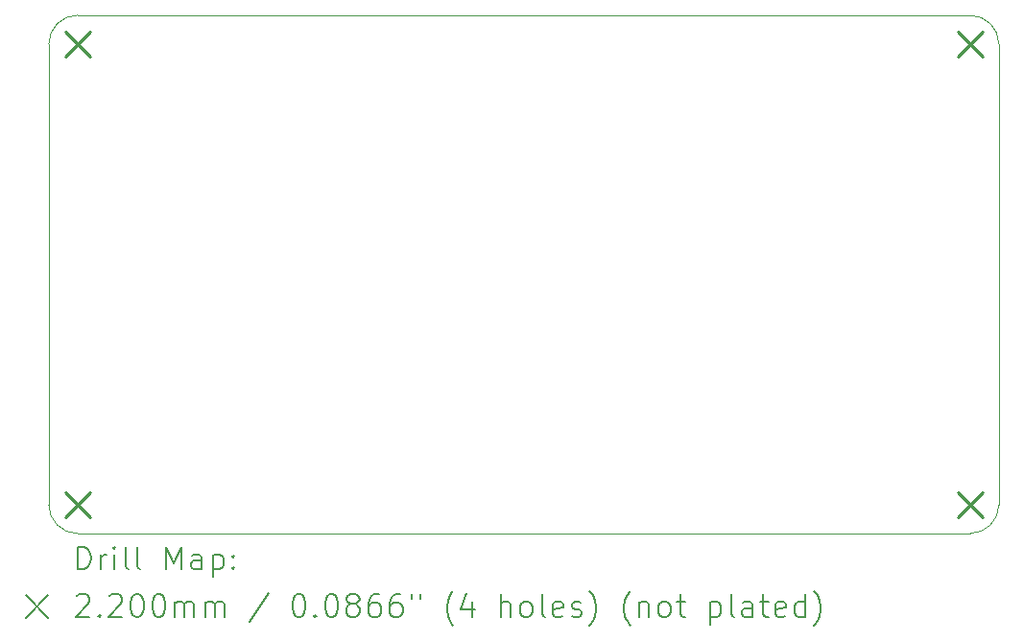
<source format=gbr>
%TF.GenerationSoftware,KiCad,Pcbnew,8.0.3*%
%TF.CreationDate,2024-06-30T11:34:02+09:00*%
%TF.ProjectId,gamepad_attiny85,67616d65-7061-4645-9f61-7474696e7938,rev?*%
%TF.SameCoordinates,Original*%
%TF.FileFunction,Drillmap*%
%TF.FilePolarity,Positive*%
%FSLAX45Y45*%
G04 Gerber Fmt 4.5, Leading zero omitted, Abs format (unit mm)*
G04 Created by KiCad (PCBNEW 8.0.3) date 2024-06-30 11:34:02*
%MOMM*%
%LPD*%
G01*
G04 APERTURE LIST*
%ADD10C,0.100000*%
%ADD11C,0.200000*%
%ADD12C,0.220000*%
G04 APERTURE END LIST*
D10*
X10668000Y-2032000D02*
X10668000Y-6096000D01*
X2540000Y-1778000D02*
X10414000Y-1778000D01*
X2286000Y-6096000D02*
X2286000Y-2032000D01*
X10414000Y-6350000D02*
X2540000Y-6350000D01*
X10668000Y-6096000D02*
G75*
G02*
X10414000Y-6350000I-254000J0D01*
G01*
X10414000Y-1778000D02*
G75*
G02*
X10668000Y-2032000I0J-254000D01*
G01*
X2286000Y-2032000D02*
G75*
G02*
X2540000Y-1778000I254000J0D01*
G01*
X2540000Y-6350000D02*
G75*
G02*
X2286000Y-6096000I0J254000D01*
G01*
D11*
D12*
X2430000Y-1922000D02*
X2650000Y-2142000D01*
X2650000Y-1922000D02*
X2430000Y-2142000D01*
X2430000Y-5986000D02*
X2650000Y-6206000D01*
X2650000Y-5986000D02*
X2430000Y-6206000D01*
X10304000Y-1922000D02*
X10524000Y-2142000D01*
X10524000Y-1922000D02*
X10304000Y-2142000D01*
X10304000Y-5986000D02*
X10524000Y-6206000D01*
X10524000Y-5986000D02*
X10304000Y-6206000D01*
D11*
X2541777Y-6666484D02*
X2541777Y-6466484D01*
X2541777Y-6466484D02*
X2589396Y-6466484D01*
X2589396Y-6466484D02*
X2617967Y-6476008D01*
X2617967Y-6476008D02*
X2637015Y-6495055D01*
X2637015Y-6495055D02*
X2646539Y-6514103D01*
X2646539Y-6514103D02*
X2656063Y-6552198D01*
X2656063Y-6552198D02*
X2656063Y-6580769D01*
X2656063Y-6580769D02*
X2646539Y-6618865D01*
X2646539Y-6618865D02*
X2637015Y-6637912D01*
X2637015Y-6637912D02*
X2617967Y-6656960D01*
X2617967Y-6656960D02*
X2589396Y-6666484D01*
X2589396Y-6666484D02*
X2541777Y-6666484D01*
X2741777Y-6666484D02*
X2741777Y-6533150D01*
X2741777Y-6571246D02*
X2751301Y-6552198D01*
X2751301Y-6552198D02*
X2760824Y-6542674D01*
X2760824Y-6542674D02*
X2779872Y-6533150D01*
X2779872Y-6533150D02*
X2798920Y-6533150D01*
X2865586Y-6666484D02*
X2865586Y-6533150D01*
X2865586Y-6466484D02*
X2856062Y-6476008D01*
X2856062Y-6476008D02*
X2865586Y-6485531D01*
X2865586Y-6485531D02*
X2875110Y-6476008D01*
X2875110Y-6476008D02*
X2865586Y-6466484D01*
X2865586Y-6466484D02*
X2865586Y-6485531D01*
X2989396Y-6666484D02*
X2970348Y-6656960D01*
X2970348Y-6656960D02*
X2960824Y-6637912D01*
X2960824Y-6637912D02*
X2960824Y-6466484D01*
X3094158Y-6666484D02*
X3075110Y-6656960D01*
X3075110Y-6656960D02*
X3065586Y-6637912D01*
X3065586Y-6637912D02*
X3065586Y-6466484D01*
X3322729Y-6666484D02*
X3322729Y-6466484D01*
X3322729Y-6466484D02*
X3389396Y-6609341D01*
X3389396Y-6609341D02*
X3456062Y-6466484D01*
X3456062Y-6466484D02*
X3456062Y-6666484D01*
X3637015Y-6666484D02*
X3637015Y-6561722D01*
X3637015Y-6561722D02*
X3627491Y-6542674D01*
X3627491Y-6542674D02*
X3608443Y-6533150D01*
X3608443Y-6533150D02*
X3570348Y-6533150D01*
X3570348Y-6533150D02*
X3551301Y-6542674D01*
X3637015Y-6656960D02*
X3617967Y-6666484D01*
X3617967Y-6666484D02*
X3570348Y-6666484D01*
X3570348Y-6666484D02*
X3551301Y-6656960D01*
X3551301Y-6656960D02*
X3541777Y-6637912D01*
X3541777Y-6637912D02*
X3541777Y-6618865D01*
X3541777Y-6618865D02*
X3551301Y-6599817D01*
X3551301Y-6599817D02*
X3570348Y-6590293D01*
X3570348Y-6590293D02*
X3617967Y-6590293D01*
X3617967Y-6590293D02*
X3637015Y-6580769D01*
X3732253Y-6533150D02*
X3732253Y-6733150D01*
X3732253Y-6542674D02*
X3751301Y-6533150D01*
X3751301Y-6533150D02*
X3789396Y-6533150D01*
X3789396Y-6533150D02*
X3808443Y-6542674D01*
X3808443Y-6542674D02*
X3817967Y-6552198D01*
X3817967Y-6552198D02*
X3827491Y-6571246D01*
X3827491Y-6571246D02*
X3827491Y-6628388D01*
X3827491Y-6628388D02*
X3817967Y-6647436D01*
X3817967Y-6647436D02*
X3808443Y-6656960D01*
X3808443Y-6656960D02*
X3789396Y-6666484D01*
X3789396Y-6666484D02*
X3751301Y-6666484D01*
X3751301Y-6666484D02*
X3732253Y-6656960D01*
X3913205Y-6647436D02*
X3922729Y-6656960D01*
X3922729Y-6656960D02*
X3913205Y-6666484D01*
X3913205Y-6666484D02*
X3903682Y-6656960D01*
X3903682Y-6656960D02*
X3913205Y-6647436D01*
X3913205Y-6647436D02*
X3913205Y-6666484D01*
X3913205Y-6542674D02*
X3922729Y-6552198D01*
X3922729Y-6552198D02*
X3913205Y-6561722D01*
X3913205Y-6561722D02*
X3903682Y-6552198D01*
X3903682Y-6552198D02*
X3913205Y-6542674D01*
X3913205Y-6542674D02*
X3913205Y-6561722D01*
X2081000Y-6895000D02*
X2281000Y-7095000D01*
X2281000Y-6895000D02*
X2081000Y-7095000D01*
X2532253Y-6905531D02*
X2541777Y-6896008D01*
X2541777Y-6896008D02*
X2560824Y-6886484D01*
X2560824Y-6886484D02*
X2608444Y-6886484D01*
X2608444Y-6886484D02*
X2627491Y-6896008D01*
X2627491Y-6896008D02*
X2637015Y-6905531D01*
X2637015Y-6905531D02*
X2646539Y-6924579D01*
X2646539Y-6924579D02*
X2646539Y-6943627D01*
X2646539Y-6943627D02*
X2637015Y-6972198D01*
X2637015Y-6972198D02*
X2522729Y-7086484D01*
X2522729Y-7086484D02*
X2646539Y-7086484D01*
X2732253Y-7067436D02*
X2741777Y-7076960D01*
X2741777Y-7076960D02*
X2732253Y-7086484D01*
X2732253Y-7086484D02*
X2722729Y-7076960D01*
X2722729Y-7076960D02*
X2732253Y-7067436D01*
X2732253Y-7067436D02*
X2732253Y-7086484D01*
X2817967Y-6905531D02*
X2827491Y-6896008D01*
X2827491Y-6896008D02*
X2846539Y-6886484D01*
X2846539Y-6886484D02*
X2894158Y-6886484D01*
X2894158Y-6886484D02*
X2913205Y-6896008D01*
X2913205Y-6896008D02*
X2922729Y-6905531D01*
X2922729Y-6905531D02*
X2932253Y-6924579D01*
X2932253Y-6924579D02*
X2932253Y-6943627D01*
X2932253Y-6943627D02*
X2922729Y-6972198D01*
X2922729Y-6972198D02*
X2808443Y-7086484D01*
X2808443Y-7086484D02*
X2932253Y-7086484D01*
X3056062Y-6886484D02*
X3075110Y-6886484D01*
X3075110Y-6886484D02*
X3094158Y-6896008D01*
X3094158Y-6896008D02*
X3103682Y-6905531D01*
X3103682Y-6905531D02*
X3113205Y-6924579D01*
X3113205Y-6924579D02*
X3122729Y-6962674D01*
X3122729Y-6962674D02*
X3122729Y-7010293D01*
X3122729Y-7010293D02*
X3113205Y-7048388D01*
X3113205Y-7048388D02*
X3103682Y-7067436D01*
X3103682Y-7067436D02*
X3094158Y-7076960D01*
X3094158Y-7076960D02*
X3075110Y-7086484D01*
X3075110Y-7086484D02*
X3056062Y-7086484D01*
X3056062Y-7086484D02*
X3037015Y-7076960D01*
X3037015Y-7076960D02*
X3027491Y-7067436D01*
X3027491Y-7067436D02*
X3017967Y-7048388D01*
X3017967Y-7048388D02*
X3008443Y-7010293D01*
X3008443Y-7010293D02*
X3008443Y-6962674D01*
X3008443Y-6962674D02*
X3017967Y-6924579D01*
X3017967Y-6924579D02*
X3027491Y-6905531D01*
X3027491Y-6905531D02*
X3037015Y-6896008D01*
X3037015Y-6896008D02*
X3056062Y-6886484D01*
X3246539Y-6886484D02*
X3265586Y-6886484D01*
X3265586Y-6886484D02*
X3284634Y-6896008D01*
X3284634Y-6896008D02*
X3294158Y-6905531D01*
X3294158Y-6905531D02*
X3303682Y-6924579D01*
X3303682Y-6924579D02*
X3313205Y-6962674D01*
X3313205Y-6962674D02*
X3313205Y-7010293D01*
X3313205Y-7010293D02*
X3303682Y-7048388D01*
X3303682Y-7048388D02*
X3294158Y-7067436D01*
X3294158Y-7067436D02*
X3284634Y-7076960D01*
X3284634Y-7076960D02*
X3265586Y-7086484D01*
X3265586Y-7086484D02*
X3246539Y-7086484D01*
X3246539Y-7086484D02*
X3227491Y-7076960D01*
X3227491Y-7076960D02*
X3217967Y-7067436D01*
X3217967Y-7067436D02*
X3208443Y-7048388D01*
X3208443Y-7048388D02*
X3198920Y-7010293D01*
X3198920Y-7010293D02*
X3198920Y-6962674D01*
X3198920Y-6962674D02*
X3208443Y-6924579D01*
X3208443Y-6924579D02*
X3217967Y-6905531D01*
X3217967Y-6905531D02*
X3227491Y-6896008D01*
X3227491Y-6896008D02*
X3246539Y-6886484D01*
X3398920Y-7086484D02*
X3398920Y-6953150D01*
X3398920Y-6972198D02*
X3408443Y-6962674D01*
X3408443Y-6962674D02*
X3427491Y-6953150D01*
X3427491Y-6953150D02*
X3456063Y-6953150D01*
X3456063Y-6953150D02*
X3475110Y-6962674D01*
X3475110Y-6962674D02*
X3484634Y-6981722D01*
X3484634Y-6981722D02*
X3484634Y-7086484D01*
X3484634Y-6981722D02*
X3494158Y-6962674D01*
X3494158Y-6962674D02*
X3513205Y-6953150D01*
X3513205Y-6953150D02*
X3541777Y-6953150D01*
X3541777Y-6953150D02*
X3560824Y-6962674D01*
X3560824Y-6962674D02*
X3570348Y-6981722D01*
X3570348Y-6981722D02*
X3570348Y-7086484D01*
X3665586Y-7086484D02*
X3665586Y-6953150D01*
X3665586Y-6972198D02*
X3675110Y-6962674D01*
X3675110Y-6962674D02*
X3694158Y-6953150D01*
X3694158Y-6953150D02*
X3722729Y-6953150D01*
X3722729Y-6953150D02*
X3741777Y-6962674D01*
X3741777Y-6962674D02*
X3751301Y-6981722D01*
X3751301Y-6981722D02*
X3751301Y-7086484D01*
X3751301Y-6981722D02*
X3760824Y-6962674D01*
X3760824Y-6962674D02*
X3779872Y-6953150D01*
X3779872Y-6953150D02*
X3808443Y-6953150D01*
X3808443Y-6953150D02*
X3827491Y-6962674D01*
X3827491Y-6962674D02*
X3837015Y-6981722D01*
X3837015Y-6981722D02*
X3837015Y-7086484D01*
X4227491Y-6876960D02*
X4056063Y-7134103D01*
X4484634Y-6886484D02*
X4503682Y-6886484D01*
X4503682Y-6886484D02*
X4522729Y-6896008D01*
X4522729Y-6896008D02*
X4532253Y-6905531D01*
X4532253Y-6905531D02*
X4541777Y-6924579D01*
X4541777Y-6924579D02*
X4551301Y-6962674D01*
X4551301Y-6962674D02*
X4551301Y-7010293D01*
X4551301Y-7010293D02*
X4541777Y-7048388D01*
X4541777Y-7048388D02*
X4532253Y-7067436D01*
X4532253Y-7067436D02*
X4522729Y-7076960D01*
X4522729Y-7076960D02*
X4503682Y-7086484D01*
X4503682Y-7086484D02*
X4484634Y-7086484D01*
X4484634Y-7086484D02*
X4465587Y-7076960D01*
X4465587Y-7076960D02*
X4456063Y-7067436D01*
X4456063Y-7067436D02*
X4446539Y-7048388D01*
X4446539Y-7048388D02*
X4437015Y-7010293D01*
X4437015Y-7010293D02*
X4437015Y-6962674D01*
X4437015Y-6962674D02*
X4446539Y-6924579D01*
X4446539Y-6924579D02*
X4456063Y-6905531D01*
X4456063Y-6905531D02*
X4465587Y-6896008D01*
X4465587Y-6896008D02*
X4484634Y-6886484D01*
X4637015Y-7067436D02*
X4646539Y-7076960D01*
X4646539Y-7076960D02*
X4637015Y-7086484D01*
X4637015Y-7086484D02*
X4627491Y-7076960D01*
X4627491Y-7076960D02*
X4637015Y-7067436D01*
X4637015Y-7067436D02*
X4637015Y-7086484D01*
X4770348Y-6886484D02*
X4789396Y-6886484D01*
X4789396Y-6886484D02*
X4808444Y-6896008D01*
X4808444Y-6896008D02*
X4817968Y-6905531D01*
X4817968Y-6905531D02*
X4827491Y-6924579D01*
X4827491Y-6924579D02*
X4837015Y-6962674D01*
X4837015Y-6962674D02*
X4837015Y-7010293D01*
X4837015Y-7010293D02*
X4827491Y-7048388D01*
X4827491Y-7048388D02*
X4817968Y-7067436D01*
X4817968Y-7067436D02*
X4808444Y-7076960D01*
X4808444Y-7076960D02*
X4789396Y-7086484D01*
X4789396Y-7086484D02*
X4770348Y-7086484D01*
X4770348Y-7086484D02*
X4751301Y-7076960D01*
X4751301Y-7076960D02*
X4741777Y-7067436D01*
X4741777Y-7067436D02*
X4732253Y-7048388D01*
X4732253Y-7048388D02*
X4722729Y-7010293D01*
X4722729Y-7010293D02*
X4722729Y-6962674D01*
X4722729Y-6962674D02*
X4732253Y-6924579D01*
X4732253Y-6924579D02*
X4741777Y-6905531D01*
X4741777Y-6905531D02*
X4751301Y-6896008D01*
X4751301Y-6896008D02*
X4770348Y-6886484D01*
X4951301Y-6972198D02*
X4932253Y-6962674D01*
X4932253Y-6962674D02*
X4922729Y-6953150D01*
X4922729Y-6953150D02*
X4913206Y-6934103D01*
X4913206Y-6934103D02*
X4913206Y-6924579D01*
X4913206Y-6924579D02*
X4922729Y-6905531D01*
X4922729Y-6905531D02*
X4932253Y-6896008D01*
X4932253Y-6896008D02*
X4951301Y-6886484D01*
X4951301Y-6886484D02*
X4989396Y-6886484D01*
X4989396Y-6886484D02*
X5008444Y-6896008D01*
X5008444Y-6896008D02*
X5017968Y-6905531D01*
X5017968Y-6905531D02*
X5027491Y-6924579D01*
X5027491Y-6924579D02*
X5027491Y-6934103D01*
X5027491Y-6934103D02*
X5017968Y-6953150D01*
X5017968Y-6953150D02*
X5008444Y-6962674D01*
X5008444Y-6962674D02*
X4989396Y-6972198D01*
X4989396Y-6972198D02*
X4951301Y-6972198D01*
X4951301Y-6972198D02*
X4932253Y-6981722D01*
X4932253Y-6981722D02*
X4922729Y-6991246D01*
X4922729Y-6991246D02*
X4913206Y-7010293D01*
X4913206Y-7010293D02*
X4913206Y-7048388D01*
X4913206Y-7048388D02*
X4922729Y-7067436D01*
X4922729Y-7067436D02*
X4932253Y-7076960D01*
X4932253Y-7076960D02*
X4951301Y-7086484D01*
X4951301Y-7086484D02*
X4989396Y-7086484D01*
X4989396Y-7086484D02*
X5008444Y-7076960D01*
X5008444Y-7076960D02*
X5017968Y-7067436D01*
X5017968Y-7067436D02*
X5027491Y-7048388D01*
X5027491Y-7048388D02*
X5027491Y-7010293D01*
X5027491Y-7010293D02*
X5017968Y-6991246D01*
X5017968Y-6991246D02*
X5008444Y-6981722D01*
X5008444Y-6981722D02*
X4989396Y-6972198D01*
X5198920Y-6886484D02*
X5160825Y-6886484D01*
X5160825Y-6886484D02*
X5141777Y-6896008D01*
X5141777Y-6896008D02*
X5132253Y-6905531D01*
X5132253Y-6905531D02*
X5113206Y-6934103D01*
X5113206Y-6934103D02*
X5103682Y-6972198D01*
X5103682Y-6972198D02*
X5103682Y-7048388D01*
X5103682Y-7048388D02*
X5113206Y-7067436D01*
X5113206Y-7067436D02*
X5122729Y-7076960D01*
X5122729Y-7076960D02*
X5141777Y-7086484D01*
X5141777Y-7086484D02*
X5179872Y-7086484D01*
X5179872Y-7086484D02*
X5198920Y-7076960D01*
X5198920Y-7076960D02*
X5208444Y-7067436D01*
X5208444Y-7067436D02*
X5217968Y-7048388D01*
X5217968Y-7048388D02*
X5217968Y-7000769D01*
X5217968Y-7000769D02*
X5208444Y-6981722D01*
X5208444Y-6981722D02*
X5198920Y-6972198D01*
X5198920Y-6972198D02*
X5179872Y-6962674D01*
X5179872Y-6962674D02*
X5141777Y-6962674D01*
X5141777Y-6962674D02*
X5122729Y-6972198D01*
X5122729Y-6972198D02*
X5113206Y-6981722D01*
X5113206Y-6981722D02*
X5103682Y-7000769D01*
X5389396Y-6886484D02*
X5351301Y-6886484D01*
X5351301Y-6886484D02*
X5332253Y-6896008D01*
X5332253Y-6896008D02*
X5322729Y-6905531D01*
X5322729Y-6905531D02*
X5303682Y-6934103D01*
X5303682Y-6934103D02*
X5294158Y-6972198D01*
X5294158Y-6972198D02*
X5294158Y-7048388D01*
X5294158Y-7048388D02*
X5303682Y-7067436D01*
X5303682Y-7067436D02*
X5313206Y-7076960D01*
X5313206Y-7076960D02*
X5332253Y-7086484D01*
X5332253Y-7086484D02*
X5370349Y-7086484D01*
X5370349Y-7086484D02*
X5389396Y-7076960D01*
X5389396Y-7076960D02*
X5398920Y-7067436D01*
X5398920Y-7067436D02*
X5408444Y-7048388D01*
X5408444Y-7048388D02*
X5408444Y-7000769D01*
X5408444Y-7000769D02*
X5398920Y-6981722D01*
X5398920Y-6981722D02*
X5389396Y-6972198D01*
X5389396Y-6972198D02*
X5370349Y-6962674D01*
X5370349Y-6962674D02*
X5332253Y-6962674D01*
X5332253Y-6962674D02*
X5313206Y-6972198D01*
X5313206Y-6972198D02*
X5303682Y-6981722D01*
X5303682Y-6981722D02*
X5294158Y-7000769D01*
X5484634Y-6886484D02*
X5484634Y-6924579D01*
X5560825Y-6886484D02*
X5560825Y-6924579D01*
X5856063Y-7162674D02*
X5846539Y-7153150D01*
X5846539Y-7153150D02*
X5827491Y-7124579D01*
X5827491Y-7124579D02*
X5817968Y-7105531D01*
X5817968Y-7105531D02*
X5808444Y-7076960D01*
X5808444Y-7076960D02*
X5798920Y-7029341D01*
X5798920Y-7029341D02*
X5798920Y-6991246D01*
X5798920Y-6991246D02*
X5808444Y-6943627D01*
X5808444Y-6943627D02*
X5817968Y-6915055D01*
X5817968Y-6915055D02*
X5827491Y-6896008D01*
X5827491Y-6896008D02*
X5846539Y-6867436D01*
X5846539Y-6867436D02*
X5856063Y-6857912D01*
X6017968Y-6953150D02*
X6017968Y-7086484D01*
X5970348Y-6876960D02*
X5922729Y-7019817D01*
X5922729Y-7019817D02*
X6046539Y-7019817D01*
X6275110Y-7086484D02*
X6275110Y-6886484D01*
X6360825Y-7086484D02*
X6360825Y-6981722D01*
X6360825Y-6981722D02*
X6351301Y-6962674D01*
X6351301Y-6962674D02*
X6332253Y-6953150D01*
X6332253Y-6953150D02*
X6303682Y-6953150D01*
X6303682Y-6953150D02*
X6284634Y-6962674D01*
X6284634Y-6962674D02*
X6275110Y-6972198D01*
X6484634Y-7086484D02*
X6465587Y-7076960D01*
X6465587Y-7076960D02*
X6456063Y-7067436D01*
X6456063Y-7067436D02*
X6446539Y-7048388D01*
X6446539Y-7048388D02*
X6446539Y-6991246D01*
X6446539Y-6991246D02*
X6456063Y-6972198D01*
X6456063Y-6972198D02*
X6465587Y-6962674D01*
X6465587Y-6962674D02*
X6484634Y-6953150D01*
X6484634Y-6953150D02*
X6513206Y-6953150D01*
X6513206Y-6953150D02*
X6532253Y-6962674D01*
X6532253Y-6962674D02*
X6541777Y-6972198D01*
X6541777Y-6972198D02*
X6551301Y-6991246D01*
X6551301Y-6991246D02*
X6551301Y-7048388D01*
X6551301Y-7048388D02*
X6541777Y-7067436D01*
X6541777Y-7067436D02*
X6532253Y-7076960D01*
X6532253Y-7076960D02*
X6513206Y-7086484D01*
X6513206Y-7086484D02*
X6484634Y-7086484D01*
X6665587Y-7086484D02*
X6646539Y-7076960D01*
X6646539Y-7076960D02*
X6637015Y-7057912D01*
X6637015Y-7057912D02*
X6637015Y-6886484D01*
X6817968Y-7076960D02*
X6798920Y-7086484D01*
X6798920Y-7086484D02*
X6760825Y-7086484D01*
X6760825Y-7086484D02*
X6741777Y-7076960D01*
X6741777Y-7076960D02*
X6732253Y-7057912D01*
X6732253Y-7057912D02*
X6732253Y-6981722D01*
X6732253Y-6981722D02*
X6741777Y-6962674D01*
X6741777Y-6962674D02*
X6760825Y-6953150D01*
X6760825Y-6953150D02*
X6798920Y-6953150D01*
X6798920Y-6953150D02*
X6817968Y-6962674D01*
X6817968Y-6962674D02*
X6827491Y-6981722D01*
X6827491Y-6981722D02*
X6827491Y-7000769D01*
X6827491Y-7000769D02*
X6732253Y-7019817D01*
X6903682Y-7076960D02*
X6922730Y-7086484D01*
X6922730Y-7086484D02*
X6960825Y-7086484D01*
X6960825Y-7086484D02*
X6979872Y-7076960D01*
X6979872Y-7076960D02*
X6989396Y-7057912D01*
X6989396Y-7057912D02*
X6989396Y-7048388D01*
X6989396Y-7048388D02*
X6979872Y-7029341D01*
X6979872Y-7029341D02*
X6960825Y-7019817D01*
X6960825Y-7019817D02*
X6932253Y-7019817D01*
X6932253Y-7019817D02*
X6913206Y-7010293D01*
X6913206Y-7010293D02*
X6903682Y-6991246D01*
X6903682Y-6991246D02*
X6903682Y-6981722D01*
X6903682Y-6981722D02*
X6913206Y-6962674D01*
X6913206Y-6962674D02*
X6932253Y-6953150D01*
X6932253Y-6953150D02*
X6960825Y-6953150D01*
X6960825Y-6953150D02*
X6979872Y-6962674D01*
X7056063Y-7162674D02*
X7065587Y-7153150D01*
X7065587Y-7153150D02*
X7084634Y-7124579D01*
X7084634Y-7124579D02*
X7094158Y-7105531D01*
X7094158Y-7105531D02*
X7103682Y-7076960D01*
X7103682Y-7076960D02*
X7113206Y-7029341D01*
X7113206Y-7029341D02*
X7113206Y-6991246D01*
X7113206Y-6991246D02*
X7103682Y-6943627D01*
X7103682Y-6943627D02*
X7094158Y-6915055D01*
X7094158Y-6915055D02*
X7084634Y-6896008D01*
X7084634Y-6896008D02*
X7065587Y-6867436D01*
X7065587Y-6867436D02*
X7056063Y-6857912D01*
X7417968Y-7162674D02*
X7408444Y-7153150D01*
X7408444Y-7153150D02*
X7389396Y-7124579D01*
X7389396Y-7124579D02*
X7379872Y-7105531D01*
X7379872Y-7105531D02*
X7370349Y-7076960D01*
X7370349Y-7076960D02*
X7360825Y-7029341D01*
X7360825Y-7029341D02*
X7360825Y-6991246D01*
X7360825Y-6991246D02*
X7370349Y-6943627D01*
X7370349Y-6943627D02*
X7379872Y-6915055D01*
X7379872Y-6915055D02*
X7389396Y-6896008D01*
X7389396Y-6896008D02*
X7408444Y-6867436D01*
X7408444Y-6867436D02*
X7417968Y-6857912D01*
X7494158Y-6953150D02*
X7494158Y-7086484D01*
X7494158Y-6972198D02*
X7503682Y-6962674D01*
X7503682Y-6962674D02*
X7522730Y-6953150D01*
X7522730Y-6953150D02*
X7551301Y-6953150D01*
X7551301Y-6953150D02*
X7570349Y-6962674D01*
X7570349Y-6962674D02*
X7579872Y-6981722D01*
X7579872Y-6981722D02*
X7579872Y-7086484D01*
X7703682Y-7086484D02*
X7684634Y-7076960D01*
X7684634Y-7076960D02*
X7675111Y-7067436D01*
X7675111Y-7067436D02*
X7665587Y-7048388D01*
X7665587Y-7048388D02*
X7665587Y-6991246D01*
X7665587Y-6991246D02*
X7675111Y-6972198D01*
X7675111Y-6972198D02*
X7684634Y-6962674D01*
X7684634Y-6962674D02*
X7703682Y-6953150D01*
X7703682Y-6953150D02*
X7732253Y-6953150D01*
X7732253Y-6953150D02*
X7751301Y-6962674D01*
X7751301Y-6962674D02*
X7760825Y-6972198D01*
X7760825Y-6972198D02*
X7770349Y-6991246D01*
X7770349Y-6991246D02*
X7770349Y-7048388D01*
X7770349Y-7048388D02*
X7760825Y-7067436D01*
X7760825Y-7067436D02*
X7751301Y-7076960D01*
X7751301Y-7076960D02*
X7732253Y-7086484D01*
X7732253Y-7086484D02*
X7703682Y-7086484D01*
X7827492Y-6953150D02*
X7903682Y-6953150D01*
X7856063Y-6886484D02*
X7856063Y-7057912D01*
X7856063Y-7057912D02*
X7865587Y-7076960D01*
X7865587Y-7076960D02*
X7884634Y-7086484D01*
X7884634Y-7086484D02*
X7903682Y-7086484D01*
X8122730Y-6953150D02*
X8122730Y-7153150D01*
X8122730Y-6962674D02*
X8141777Y-6953150D01*
X8141777Y-6953150D02*
X8179873Y-6953150D01*
X8179873Y-6953150D02*
X8198920Y-6962674D01*
X8198920Y-6962674D02*
X8208444Y-6972198D01*
X8208444Y-6972198D02*
X8217968Y-6991246D01*
X8217968Y-6991246D02*
X8217968Y-7048388D01*
X8217968Y-7048388D02*
X8208444Y-7067436D01*
X8208444Y-7067436D02*
X8198920Y-7076960D01*
X8198920Y-7076960D02*
X8179873Y-7086484D01*
X8179873Y-7086484D02*
X8141777Y-7086484D01*
X8141777Y-7086484D02*
X8122730Y-7076960D01*
X8332253Y-7086484D02*
X8313206Y-7076960D01*
X8313206Y-7076960D02*
X8303682Y-7057912D01*
X8303682Y-7057912D02*
X8303682Y-6886484D01*
X8494158Y-7086484D02*
X8494158Y-6981722D01*
X8494158Y-6981722D02*
X8484635Y-6962674D01*
X8484635Y-6962674D02*
X8465587Y-6953150D01*
X8465587Y-6953150D02*
X8427492Y-6953150D01*
X8427492Y-6953150D02*
X8408444Y-6962674D01*
X8494158Y-7076960D02*
X8475111Y-7086484D01*
X8475111Y-7086484D02*
X8427492Y-7086484D01*
X8427492Y-7086484D02*
X8408444Y-7076960D01*
X8408444Y-7076960D02*
X8398920Y-7057912D01*
X8398920Y-7057912D02*
X8398920Y-7038865D01*
X8398920Y-7038865D02*
X8408444Y-7019817D01*
X8408444Y-7019817D02*
X8427492Y-7010293D01*
X8427492Y-7010293D02*
X8475111Y-7010293D01*
X8475111Y-7010293D02*
X8494158Y-7000769D01*
X8560825Y-6953150D02*
X8637015Y-6953150D01*
X8589396Y-6886484D02*
X8589396Y-7057912D01*
X8589396Y-7057912D02*
X8598920Y-7076960D01*
X8598920Y-7076960D02*
X8617968Y-7086484D01*
X8617968Y-7086484D02*
X8637015Y-7086484D01*
X8779873Y-7076960D02*
X8760825Y-7086484D01*
X8760825Y-7086484D02*
X8722730Y-7086484D01*
X8722730Y-7086484D02*
X8703682Y-7076960D01*
X8703682Y-7076960D02*
X8694158Y-7057912D01*
X8694158Y-7057912D02*
X8694158Y-6981722D01*
X8694158Y-6981722D02*
X8703682Y-6962674D01*
X8703682Y-6962674D02*
X8722730Y-6953150D01*
X8722730Y-6953150D02*
X8760825Y-6953150D01*
X8760825Y-6953150D02*
X8779873Y-6962674D01*
X8779873Y-6962674D02*
X8789396Y-6981722D01*
X8789396Y-6981722D02*
X8789396Y-7000769D01*
X8789396Y-7000769D02*
X8694158Y-7019817D01*
X8960825Y-7086484D02*
X8960825Y-6886484D01*
X8960825Y-7076960D02*
X8941777Y-7086484D01*
X8941777Y-7086484D02*
X8903682Y-7086484D01*
X8903682Y-7086484D02*
X8884635Y-7076960D01*
X8884635Y-7076960D02*
X8875111Y-7067436D01*
X8875111Y-7067436D02*
X8865587Y-7048388D01*
X8865587Y-7048388D02*
X8865587Y-6991246D01*
X8865587Y-6991246D02*
X8875111Y-6972198D01*
X8875111Y-6972198D02*
X8884635Y-6962674D01*
X8884635Y-6962674D02*
X8903682Y-6953150D01*
X8903682Y-6953150D02*
X8941777Y-6953150D01*
X8941777Y-6953150D02*
X8960825Y-6962674D01*
X9037016Y-7162674D02*
X9046539Y-7153150D01*
X9046539Y-7153150D02*
X9065587Y-7124579D01*
X9065587Y-7124579D02*
X9075111Y-7105531D01*
X9075111Y-7105531D02*
X9084635Y-7076960D01*
X9084635Y-7076960D02*
X9094158Y-7029341D01*
X9094158Y-7029341D02*
X9094158Y-6991246D01*
X9094158Y-6991246D02*
X9084635Y-6943627D01*
X9084635Y-6943627D02*
X9075111Y-6915055D01*
X9075111Y-6915055D02*
X9065587Y-6896008D01*
X9065587Y-6896008D02*
X9046539Y-6867436D01*
X9046539Y-6867436D02*
X9037016Y-6857912D01*
M02*

</source>
